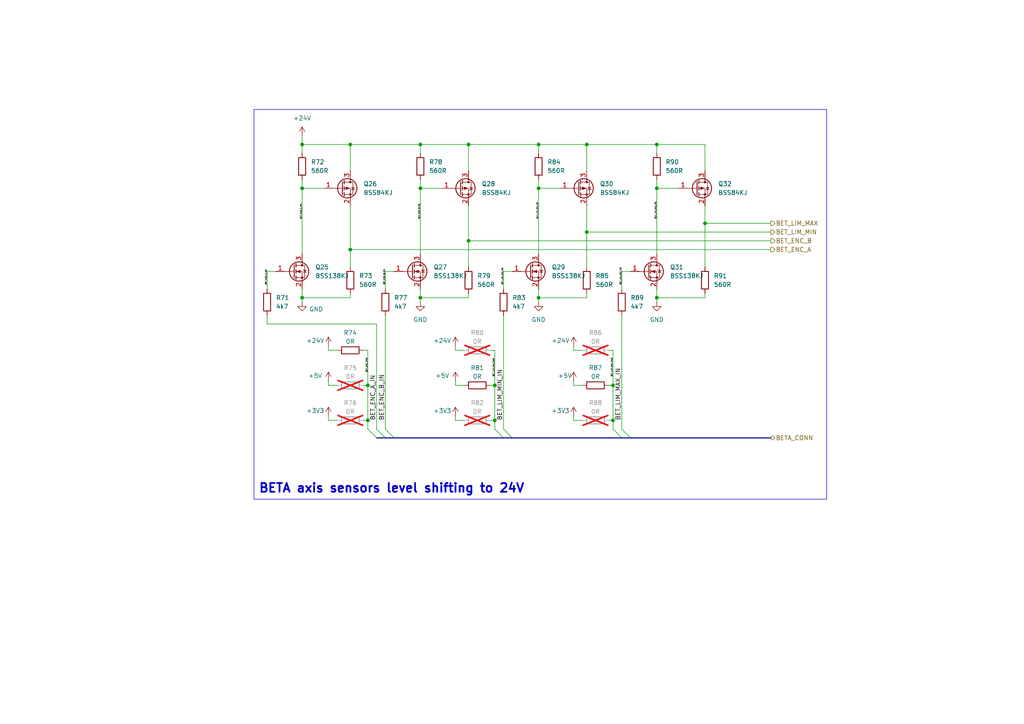
<source format=kicad_sch>
(kicad_sch (version 20231120) (generator "eeschema") (generator_version "8.0")
  (paper "A4")
  (title_block (title "Karcsi (INDACT Robot Arm) - Aux. Control Board 3") (date "2024-05-04") (rev "1.0") (company "LEGO Kör (legokor.hu)") (comment 1 "Designed by Panka Horváth, Gergely Halász, Máté Kovács") (comment 2 "Reviewed by Máté Kovács, "))
  (lib_symbols
    (symbol "Device:R" (pin_numbers hide) (pin_names (offset 0))
      (property "Reference" "R" (at 2.032 0 90))
      (property "Value" "R" (at 0 0 90))
      (symbol "R_0_1"
        (rectangle (start -1.016 -2.54) (end 1.016 2.54) (stroke (width 0.254)))
      )
      (symbol "R_1_1"
        (pin passive line (at 0 3.81 270) (length 1.27) (name "~") (number "1"))
        (pin passive line (at 0 -3.81 90) (length 1.27) (name "~") (number "2"))
      )
    )
    (symbol "Transistor_FET:BSS138" (pin_names hide)
      (property "Reference" "Q" (at 5.08 1.905 0))
      (property "Value" "BSS138" (at 5.08 0 0))
      (symbol "BSS138_0_1"
        (polyline (pts (xy 0.254 0) (xy -2.54 0)))
        (polyline (pts (xy 0.254 1.905) (xy 0.254 -1.905)) (stroke (width 0.254)))
        (polyline (pts (xy 0.762 -1.27) (xy 0.762 -2.286)) (stroke (width 0.254)))
        (polyline (pts (xy 0.762 0.508) (xy 0.762 -0.508)) (stroke (width 0.254)))
        (polyline (pts (xy 0.762 2.286) (xy 0.762 1.27)) (stroke (width 0.254)))
        (polyline (pts (xy 2.54 2.54) (xy 2.54 1.778)))
        (polyline (pts (xy 2.54 -2.54) (xy 2.54 0) (xy 0.762 0)))
        (polyline (pts (xy 0.762 -1.778) (xy 3.302 -1.778) (xy 3.302 1.778) (xy 0.762 1.778)))
        (polyline (pts (xy 1.016 0) (xy 2.032 0.381) (xy 2.032 -0.381) (xy 1.016 0)) (fill (type outline)))
        (polyline (pts (xy 2.794 0.508) (xy 2.921 0.381) (xy 3.683 0.381) (xy 3.81 0.254)))
        (polyline (pts (xy 3.302 0.381) (xy 2.921 -0.254) (xy 3.683 -0.254) (xy 3.302 0.381)))
        (circle (center 1.651 0) (radius 2.794) (stroke (width 0.254)))
        (circle (center 2.54 -1.778) (radius 0.254) (fill (type outline)))
        (circle (center 2.54 1.778) (radius 0.254) (fill (type outline)))
      )
      (symbol "BSS138_1_1"
        (pin input line (at -5.08 0 0) (length 2.54) (name "G") (number "1"))
        (pin passive line (at 2.54 -5.08 90) (length 2.54) (name "S") (number "2"))
        (pin passive line (at 2.54 5.08 270) (length 2.54) (name "D") (number "3"))
      )
    )
    (symbol "Transistor_FET:BSS84" (pin_names hide)
      (property "Reference" "Q" (at 5.08 1.905 0))
      (property "Value" "BSS84" (at 5.08 0 0))
      (symbol "BSS84_0_1"
        (polyline (pts (xy 0.254 0) (xy -2.54 0)))
        (polyline (pts (xy 0.254 1.905) (xy 0.254 -1.905)) (stroke (width 0.254)))
        (polyline (pts (xy 0.762 -1.27) (xy 0.762 -2.286)) (stroke (width 0.254)))
        (polyline (pts (xy 0.762 0.508) (xy 0.762 -0.508)) (stroke (width 0.254)))
        (polyline (pts (xy 0.762 2.286) (xy 0.762 1.27)) (stroke (width 0.254)))
        (polyline (pts (xy 2.54 2.54) (xy 2.54 1.778)))
        (polyline (pts (xy 2.54 -2.54) (xy 2.54 0) (xy 0.762 0)))
        (polyline (pts (xy 0.762 1.778) (xy 3.302 1.778) (xy 3.302 -1.778) (xy 0.762 -1.778)))
        (polyline (pts (xy 2.286 0) (xy 1.27 0.381) (xy 1.27 -0.381) (xy 2.286 0)) (fill (type outline)))
        (polyline (pts (xy 2.794 -0.508) (xy 2.921 -0.381) (xy 3.683 -0.381) (xy 3.81 -0.254)))
        (polyline (pts (xy 3.302 -0.381) (xy 2.921 0.254) (xy 3.683 0.254) (xy 3.302 -0.381)))
        (circle (center 1.651 0) (radius 2.794) (stroke (width 0.254)))
        (circle (center 2.54 -1.778) (radius 0.254) (fill (type outline)))
        (circle (center 2.54 1.778) (radius 0.254) (fill (type outline)))
      )
      (symbol "BSS84_1_1"
        (pin input line (at -5.08 0 0) (length 2.54) (name "G") (number "1"))
        (pin passive line (at 2.54 -5.08 90) (length 2.54) (name "S") (number "2"))
        (pin passive line (at 2.54 5.08 270) (length 2.54) (name "D") (number "3"))
      )
    )
    (symbol "power:+24V" (power) (pin_numbers hide) (pin_names (offset 0) hide)
      (property "Value" "+24V" (at 0 3.556 0))
      (symbol "+24V_0_1"
        (polyline (pts (xy -0.762 1.27) (xy 0 2.54)))
        (polyline (pts (xy 0 0) (xy 0 2.54)))
        (polyline (pts (xy 0 2.54) (xy 0.762 1.27)))
      )
      (symbol "+24V_1_1"
        (pin power_in line (at 0 0 90) (length 0) (name "~") (number "1"))
      )
    )
    (symbol "power:+3V3" (power) (pin_numbers hide) (pin_names (offset 0) hide)
      (property "Value" "+3V3" (at 0 3.556 0))
      (symbol "+3V3_0_1"
        (polyline (pts (xy -0.762 1.27) (xy 0 2.54)))
        (polyline (pts (xy 0 0) (xy 0 2.54)))
        (polyline (pts (xy 0 2.54) (xy 0.762 1.27)))
      )
      (symbol "+3V3_1_1"
        (pin power_in line (at 0 0 90) (length 0) (name "~") (number "1"))
      )
    )
    (symbol "power:+5V" (power) (pin_numbers hide) (pin_names (offset 0) hide)
      (property "Value" "+5V" (at 0 3.556 0))
      (symbol "+5V_0_1"
        (polyline (pts (xy -0.762 1.27) (xy 0 2.54)))
        (polyline (pts (xy 0 0) (xy 0 2.54)))
        (polyline (pts (xy 0 2.54) (xy 0.762 1.27)))
      )
      (symbol "+5V_1_1"
        (pin power_in line (at 0 0 90) (length 0) (name "~") (number "1"))
      )
    )
    (symbol "power:GND" (power) (pin_numbers hide) (pin_names (offset 0) hide)
      (property "Value" "GND" (at 0 -3.81 0))
      (symbol "GND_0_1"
        (polyline (pts (xy 0 0) (xy 0 -1.27) (xy 1.27 -1.27) (xy 0 -2.54) (xy -1.27 -1.27) (xy 0 -1.27)))
      )
      (symbol "GND_1_1"
        (pin power_in line (at 0 0 270) (length 0) (name "~") (number "1"))
      )
    )
  )
  (junction (at 87.63 54.61))
  (junction (at 121.92 86.36))
  (junction (at 143.51 111.76))
  (junction (at 87.63 41.91))
  (junction (at 101.6 72.39))
  (junction (at 156.21 54.61))
  (junction (at 101.6 41.91))
  (junction (at 135.89 69.85))
  (junction (at 204.47 64.77))
  (junction (at 121.92 54.61))
  (junction (at 135.89 41.91))
  (junction (at 106.68 111.76))
  (junction (at 156.21 86.36))
  (junction (at 190.5 54.61))
  (junction (at 170.18 67.31))
  (junction (at 190.5 41.91))
  (junction (at 106.68 121.92))
  (junction (at 177.8 111.76))
  (junction (at 156.21 41.91))
  (junction (at 170.18 41.91))
  (junction (at 143.51 121.92))
  (junction (at 87.63 86.36))
  (junction (at 121.92 41.91))
  (junction (at 177.8 121.92))
  (junction (at 190.5 86.36))
  (bus_entry (at 109.22 124.46) (size 2.54 2.54))
  (bus_entry (at 143.51 124.46) (size 2.54 2.54))
  (bus_entry (at 177.8 124.46) (size 2.54 2.54))
  (bus_entry (at 180.34 124.46) (size 2.54 2.54))
  (bus_entry (at 106.68 124.46) (size 2.54 2.54))
  (bus_entry (at 146.05 124.46) (size 2.54 2.54))
  (bus_entry (at 111.76 124.46) (size 2.54 2.54))
  (wire (pts (xy 146.05 91.44) (xy 146.05 124.46)))
  (wire (pts (xy 146.05 78.74) (xy 148.59 78.74)))
  (wire (pts (xy 95.25 101.6) (xy 95.25 100.33)))
  (wire (pts (xy 135.89 85.09) (xy 135.89 86.36)))
  (wire (pts (xy 204.47 86.36) (xy 190.5 86.36)))
  (wire (pts (xy 121.92 52.07) (xy 121.92 54.61)))
  (bus (pts (xy 114.3 127) (xy 146.05 127)))
  (wire (pts (xy 143.51 111.76) (xy 143.51 101.6)))
  (wire (pts (xy 204.47 64.77) (xy 223.52 64.77)))
  (wire (pts (xy 170.18 67.31) (xy 223.52 67.31)))
  (wire (pts (xy 121.92 41.91) (xy 135.89 41.91)))
  (wire (pts (xy 143.51 111.76) (xy 142.24 111.76)))
  (wire (pts (xy 170.18 41.91) (xy 170.18 49.53)))
  (wire (pts (xy 109.22 124.46) (xy 109.22 93.98)))
  (wire (pts (xy 101.6 41.91) (xy 121.92 41.91)))
  (wire (pts (xy 190.5 52.07) (xy 190.5 54.61)))
  (wire (pts (xy 190.5 54.61) (xy 196.85 54.61)))
  (wire (pts (xy 143.51 121.92) (xy 143.51 111.76)))
  (wire (pts (xy 180.34 83.82) (xy 180.34 78.74)))
  (wire (pts (xy 168.91 111.76) (xy 166.37 111.76)))
  (wire (pts (xy 111.76 78.74) (xy 114.3 78.74)))
  (wire (pts (xy 170.18 85.09) (xy 170.18 86.36)))
  (bus (pts (xy 146.05 127) (xy 148.59 127)))
  (wire (pts (xy 177.8 121.92) (xy 176.53 121.92)))
  (wire (pts (xy 177.8 121.92) (xy 177.8 111.76)))
  (wire (pts (xy 109.22 93.98) (xy 77.47 93.98)))
  (wire (pts (xy 101.6 85.09) (xy 101.6 86.36)))
  (bus (pts (xy 180.34 127) (xy 182.88 127)))
  (wire (pts (xy 87.63 41.91) (xy 87.63 44.45)))
  (wire (pts (xy 101.6 72.39) (xy 101.6 77.47)))
  (wire (pts (xy 156.21 86.36) (xy 156.21 87.63)))
  (wire (pts (xy 121.92 83.82) (xy 121.92 86.36)))
  (wire (pts (xy 101.6 86.36) (xy 87.63 86.36)))
  (wire (pts (xy 177.8 111.76) (xy 177.8 101.6)))
  (wire (pts (xy 106.68 111.76) (xy 106.68 101.6)))
  (wire (pts (xy 134.62 111.76) (xy 132.08 111.76)))
  (wire (pts (xy 134.62 101.6) (xy 132.08 101.6)))
  (wire (pts (xy 156.21 52.07) (xy 156.21 54.61)))
  (wire (pts (xy 87.63 54.61) (xy 93.98 54.61)))
  (wire (pts (xy 135.89 86.36) (xy 121.92 86.36)))
  (bus (pts (xy 182.88 127) (xy 223.52 127)))
  (wire (pts (xy 166.37 121.92) (xy 166.37 120.65)))
  (wire (pts (xy 121.92 86.36) (xy 121.92 87.63)))
  (wire (pts (xy 87.63 41.91) (xy 101.6 41.91)))
  (wire (pts (xy 87.63 86.36) (xy 87.63 87.63)))
  (wire (pts (xy 143.51 121.92) (xy 142.24 121.92)))
  (wire (pts (xy 106.68 101.6) (xy 105.41 101.6)))
  (wire (pts (xy 168.91 101.6) (xy 166.37 101.6)))
  (wire (pts (xy 87.63 39.37) (xy 87.63 41.91)))
  (wire (pts (xy 97.79 111.76) (xy 95.25 111.76)))
  (wire (pts (xy 87.63 54.61) (xy 87.63 73.66)))
  (wire (pts (xy 97.79 121.92) (xy 95.25 121.92)))
  (wire (pts (xy 95.25 121.92) (xy 95.25 120.65)))
  (bus (pts (xy 111.76 127) (xy 114.3 127)))
  (wire (pts (xy 77.47 78.74) (xy 80.01 78.74)))
  (wire (pts (xy 166.37 101.6) (xy 166.37 100.33)))
  (wire (pts (xy 121.92 54.61) (xy 128.27 54.61)))
  (wire (pts (xy 180.34 78.74) (xy 182.88 78.74)))
  (wire (pts (xy 132.08 111.76) (xy 132.08 110.49)))
  (wire (pts (xy 111.76 83.82) (xy 111.76 78.74)))
  (wire (pts (xy 170.18 67.31) (xy 170.18 77.47)))
  (wire (pts (xy 190.5 41.91) (xy 190.5 44.45)))
  (wire (pts (xy 190.5 54.61) (xy 190.5 73.66)))
  (wire (pts (xy 177.8 124.46) (xy 177.8 121.92)))
  (wire (pts (xy 143.51 124.46) (xy 143.51 121.92)))
  (wire (pts (xy 121.92 41.91) (xy 121.92 44.45)))
  (wire (pts (xy 87.63 83.82) (xy 87.63 86.36)))
  (wire (pts (xy 121.92 54.61) (xy 121.92 73.66)))
  (wire (pts (xy 101.6 59.69) (xy 101.6 72.39)))
  (wire (pts (xy 177.8 101.6) (xy 176.53 101.6)))
  (wire (pts (xy 143.51 101.6) (xy 142.24 101.6)))
  (wire (pts (xy 132.08 121.92) (xy 132.08 120.65)))
  (wire (pts (xy 177.8 111.76) (xy 176.53 111.76)))
  (wire (pts (xy 106.68 111.76) (xy 105.41 111.76)))
  (wire (pts (xy 101.6 41.91) (xy 101.6 49.53)))
  (wire (pts (xy 190.5 86.36) (xy 190.5 87.63)))
  (wire (pts (xy 180.34 91.44) (xy 180.34 124.46)))
  (wire (pts (xy 156.21 54.61) (xy 156.21 73.66)))
  (wire (pts (xy 190.5 41.91) (xy 204.47 41.91)))
  (bus (pts (xy 148.59 127) (xy 180.34 127)))
  (wire (pts (xy 77.47 91.44) (xy 77.47 93.98)))
  (wire (pts (xy 156.21 83.82) (xy 156.21 86.36)))
  (wire (pts (xy 156.21 41.91) (xy 156.21 44.45)))
  (wire (pts (xy 134.62 121.92) (xy 132.08 121.92)))
  (wire (pts (xy 204.47 64.77) (xy 204.47 77.47)))
  (wire (pts (xy 204.47 41.91) (xy 204.47 49.53)))
  (wire (pts (xy 135.89 41.91) (xy 156.21 41.91)))
  (wire (pts (xy 106.68 121.92) (xy 105.41 121.92)))
  (wire (pts (xy 170.18 41.91) (xy 190.5 41.91)))
  (wire (pts (xy 168.91 121.92) (xy 166.37 121.92)))
  (wire (pts (xy 97.79 101.6) (xy 95.25 101.6)))
  (wire (pts (xy 156.21 41.91) (xy 170.18 41.91)))
  (wire (pts (xy 190.5 83.82) (xy 190.5 86.36)))
  (wire (pts (xy 166.37 111.76) (xy 166.37 110.49)))
  (wire (pts (xy 135.89 59.69) (xy 135.89 69.85)))
  (wire (pts (xy 132.08 101.6) (xy 132.08 100.33)))
  (bus (pts (xy 109.22 127) (xy 111.76 127)))
  (wire (pts (xy 111.76 91.44) (xy 111.76 124.46)))
  (wire (pts (xy 170.18 59.69) (xy 170.18 67.31)))
  (wire (pts (xy 135.89 69.85) (xy 135.89 77.47)))
  (wire (pts (xy 156.21 54.61) (xy 162.56 54.61)))
  (wire (pts (xy 77.47 83.82) (xy 77.47 78.74)))
  (wire (pts (xy 204.47 59.69) (xy 204.47 64.77)))
  (wire (pts (xy 135.89 69.85) (xy 223.52 69.85)))
  (wire (pts (xy 101.6 72.39) (xy 223.52 72.39)))
  (wire (pts (xy 135.89 41.91) (xy 135.89 49.53)))
  (wire (pts (xy 106.68 121.92) (xy 106.68 111.76)))
  (wire (pts (xy 146.05 83.82) (xy 146.05 78.74)))
  (wire (pts (xy 87.63 52.07) (xy 87.63 54.61)))
  (wire (pts (xy 95.25 111.76) (xy 95.25 110.49)))
  (wire (pts (xy 106.68 124.46) (xy 106.68 121.92)))
  (wire (pts (xy 170.18 86.36) (xy 156.21 86.36)))
  (wire (pts (xy 204.47 85.09) (xy 204.47 86.36)))
  (rectangle (start 73.66 31.75) (end 239.776 144.78))
  (text "BETA axis sensors level shifting to 24V" (at 74.93 141.732 0) (effects (font (size 2.54 2.54) (bold yes)) (justify left)))
  (label "BET_LIM_MAX_PWR" (at 177.8 109.22 90) (effects (font (size 0.4 0.4))))
  (label "BET_ENC_PWR" (at 106.68 107.95 90) (effects (font (size 0.4 0.4))))
  (label "BET_LIM_MAX_NG" (at 180.34 82.55 90) (effects (font (size 0.4 0.4))))
  (label "BET_LIM_MIN_NG" (at 146.05 82.55 90) (effects (font (size 0.4 0.4))))
  (label "BET_ENC_A_NG" (at 77.47 82.55 90) (effects (font (size 0.4 0.4))))
  (label "BET_LIM_MIN_PG" (at 156.21 63.5 90) (effects (font (size 0.4 0.4))))
  (label "BET_ENC_B_IN" (at 111.76 121.92 90))
  (label "BET_ENC_B_PG" (at 121.92 63.5 90) (effects (font (size 0.4 0.4))))
  (label "BET_LIM_MIN_IN" (at 146.05 121.92 90))
  (label "BET_LIM_MAX_IN" (at 180.34 121.92 90))
  (label "BET_LIM_MAX_PG" (at 190.5 63.5 90) (effects (font (size 0.4 0.4))))
  (label "BET_ENC_B_NG" (at 111.76 82.55 90) (effects (font (size 0.4 0.4))))
  (label "BET_ENC_A_PG" (at 87.63 63.5 90) (effects (font (size 0.4 0.4))))
  (label "BET_ENC_A_IN" (at 109.22 121.92 90))
  (label "BET_LIM_MIN_PWR" (at 143.51 109.22 90) (effects (font (size 0.4 0.4))))
  (hierarchical_label "BET_LIM_MAX" (shape output) (at 223.52 64.77 0))
  (hierarchical_label "BET_ENC_A" (shape output) (at 223.52 72.39 0))
  (hierarchical_label "BETA_CONN" (shape bidirectional) (at 223.52 127 0))
  (hierarchical_label "BET_LIM_MIN" (shape output) (at 223.52 67.31 0))
  (hierarchical_label "BET_ENC_B" (shape output) (at 223.52 69.85 0))
  (symbol (lib_id "power:+3V3") (at 95.25 120.65 0) (unit 1)
    (property "Reference" "#PWR068" (effects (hide yes)))
    (property "Value" "+3V3" (at 91.44 119.126 0))
    (property "Description" "Power symbol creates a global label with name \"+3V3\"" (effects (hide yes)))
  )
  (symbol (lib_id "Device:R") (at 101.6 111.76 90) (unit 1) (dnp yes)
    (property "Reference" "R75" (at 101.6 106.68 90))
    (property "Value" "0R" (at 101.6 109.22 90))
    (property "Footprint" "Resistor_SMD:R_0805_2012Metric_Pad1.20x1.40mm_HandSolder" (effects (hide yes)))
    (property "Description" "Resistor" (effects (hide yes)))
    (property "Supplier" "LCSC" (effects (hide yes)))
    (property "Supplier URL" "https://www.lcsc.com/product-detail/Chip-Resistor-Surface-Mount_Viking-Tech-CR-05FL7-0R_C304192.html" (effects (hide yes)))
    (property "Supplier item no" "C304192" (effects (hide yes)))
    (property "Sourced" "0" (effects (hide yes)))
  )
  (symbol (lib_id "power:GND") (at 87.63 87.63 0) (unit 1)
    (property "Reference" "#PWR065" (effects (hide yes)))
    (property "Value" "GND" (at 91.694 89.662 0))
    (property "Description" "Power symbol creates a global label with name \"GND\" , ground" (effects (hide yes)))
  )
  (symbol (lib_id "Device:R") (at 204.47 81.28 0) (unit 1)
    (property "Reference" "R91" (at 207.01 80.0099 0) (effects (justify left)))
    (property "Value" "560R" (at 207.01 82.5499 0) (effects (justify left)))
    (property "Footprint" "Resistor_SMD:R_0805_2012Metric_Pad1.20x1.40mm_HandSolder" (effects (hide yes)))
    (property "Description" "Resistor" (effects (hide yes)))
    (property "Supplier" "Lomex" (effects (hide yes)))
    (property "Supplier item no" "81-10-84" (effects (hide yes)))
    (property "Sourced" "1" (effects (hide yes)))
  )
  (symbol (lib_id "Device:R") (at 111.76 87.63 0) (unit 1)
    (property "Reference" "R77" (at 114.3 86.3599 0) (effects (justify left)))
    (property "Value" "4k7" (at 114.3 88.8999 0) (effects (justify left)))
    (property "Footprint" "Resistor_SMD:R_0805_2012Metric_Pad1.20x1.40mm_HandSolder" (effects (hide yes)))
    (property "Description" "Resistor" (effects (hide yes)))
    (property "Supplier" "Lomex" (effects (hide yes)))
    (property "Supplier item no" "81-10-95" (effects (hide yes)))
    (property "Sourced" "1" (effects (hide yes)))
  )
  (symbol (lib_id "Device:R") (at 135.89 81.28 0) (unit 1)
    (property "Reference" "R79" (at 138.43 80.0099 0) (effects (justify left)))
    (property "Value" "560R" (at 138.43 82.5499 0) (effects (justify left)))
    (property "Footprint" "Resistor_SMD:R_0805_2012Metric_Pad1.20x1.40mm_HandSolder" (effects (hide yes)))
    (property "Description" "Resistor" (effects (hide yes)))
    (property "Supplier" "Lomex" (effects (hide yes)))
    (property "Supplier item no" "81-10-84" (effects (hide yes)))
    (property "Sourced" "1" (effects (hide yes)))
  )
  (symbol (lib_id "Device:R") (at 138.43 121.92 90) (unit 1) (dnp yes)
    (property "Reference" "R82" (at 138.43 116.84 90))
    (property "Value" "0R" (at 138.43 119.38 90))
    (property "Footprint" "Resistor_SMD:R_0805_2012Metric_Pad1.20x1.40mm_HandSolder" (effects (hide yes)))
    (property "Description" "Resistor" (effects (hide yes)))
    (property "Supplier" "LCSC" (effects (hide yes)))
    (property "Supplier URL" "https://www.lcsc.com/product-detail/Chip-Resistor-Surface-Mount_Viking-Tech-CR-05FL7-0R_C304192.html" (effects (hide yes)))
    (property "Supplier item no" "C304192" (effects (hide yes)))
    (property "Sourced" "0" (effects (hide yes)))
  )
  (symbol (lib_id "power:+3V3") (at 166.37 120.65 0) (unit 1)
    (property "Reference" "#PWR078" (effects (hide yes)))
    (property "Value" "+3V3" (at 162.56 119.126 0))
    (property "Description" "Power symbol creates a global label with name \"+3V3\"" (effects (hide yes)))
  )
  (symbol (lib_id "power:+3V3") (at 132.08 120.65 0) (unit 1)
    (property "Reference" "#PWR073" (effects (hide yes)))
    (property "Value" "+3V3" (at 128.27 119.126 0))
    (property "Description" "Power symbol creates a global label with name \"+3V3\"" (effects (hide yes)))
  )
  (symbol (lib_id "power:+24V") (at 95.25 100.33 0) (unit 1)
    (property "Reference" "#PWR066" (effects (hide yes)))
    (property "Value" "+24V" (at 91.44 98.806 0))
    (property "Description" "Power symbol creates a global label with name \"+24V\"" (effects (hide yes)))
  )
  (symbol (lib_id "Device:R") (at 77.47 87.63 0) (unit 1)
    (property "Reference" "R71" (at 80.01 86.3599 0) (effects (justify left)))
    (property "Value" "4k7" (at 80.01 88.8999 0) (effects (justify left)))
    (property "Footprint" "Resistor_SMD:R_0805_2012Metric_Pad1.20x1.40mm_HandSolder" (effects (hide yes)))
    (property "Description" "Resistor" (effects (hide yes)))
    (property "Supplier" "Lomex" (effects (hide yes)))
    (property "Supplier item no" "81-10-95" (effects (hide yes)))
    (property "Sourced" "1" (effects (hide yes)))
  )
  (symbol (lib_id "Transistor_FET:BSS84") (at 133.35 54.61 0) (unit 1)
    (property "Reference" "Q28" (at 139.7 53.3399 0) (effects (justify left)))
    (property "Value" "BSS84KJ" (at 139.7 55.8799 0) (effects (justify left)))
    (property "Footprint" "Package_TO_SOT_SMD:SOT-23" (effects (hide yes)))
    (property "Datasheet" "https://lomex.hu/pdf/yet/(yet)_bss84kj.pdf" (effects (hide yes)))
    (property "Description" "-0.13A Id, -50V Vds, P-Channel MOSFET, SOT-23" (effects (hide yes)))
    (property "Sourced" "0" (effects (hide yes)))
    (property "Supplier" "Lomex" (effects (hide yes)))
    (property "Supplier URL" "https://lomex.hu/hu/webshop/#page,0/search,86-07-17/stype,1" (effects (hide yes)))
    (property "Supplier item no" "86-07-17" (effects (hide yes)))
  )
  (symbol (lib_id "power:+24V") (at 132.08 100.33 0) (unit 1)
    (property "Reference" "#PWR071" (effects (hide yes)))
    (property "Value" "+24V" (at 128.27 98.806 0))
    (property "Description" "Power symbol creates a global label with name \"+24V\"" (effects (hide yes)))
  )
  (symbol (lib_id "power:GND") (at 190.5 87.63 0) (unit 1)
    (property "Reference" "#PWR080" (effects (hide yes)))
    (property "Value" "GND" (at 190.5 92.71 0))
    (property "Description" "Power symbol creates a global label with name \"GND\" , ground" (effects (hide yes)))
  )
  (symbol (lib_id "Device:R") (at 172.72 111.76 90) (unit 1)
    (property "Reference" "R87" (at 172.72 106.68 90))
    (property "Value" "0R" (at 172.72 109.22 90))
    (property "Footprint" "Resistor_SMD:R_0805_2012Metric_Pad1.20x1.40mm_HandSolder" (effects (hide yes)))
    (property "Description" "Resistor" (effects (hide yes)))
    (property "Supplier" "LCSC" (effects (hide yes)))
    (property "Supplier URL" "https://www.lcsc.com/product-detail/Chip-Resistor-Surface-Mount_Viking-Tech-CR-05FL7-0R_C304192.html" (effects (hide yes)))
    (property "Supplier item no" "C304192" (effects (hide yes)))
    (property "Sourced" "0" (effects (hide yes)))
  )
  (symbol (lib_id "power:+24V") (at 87.63 39.37 0) (unit 1)
    (property "Reference" "#PWR064" (effects (hide yes)))
    (property "Value" "+24V" (at 87.63 34.29 0))
    (property "Description" "Power symbol creates a global label with name \"+24V\"" (effects (hide yes)))
  )
  (symbol (lib_id "Transistor_FET:BSS138") (at 85.09 78.74 0) (unit 1)
    (property "Reference" "Q25" (at 91.44 77.4699 0) (effects (justify left)))
    (property "Value" "BSS138KJ" (at 91.44 80.0099 0) (effects (justify left)))
    (property "Footprint" "Package_TO_SOT_SMD:SOT-23" (effects (hide yes)))
    (property "Datasheet" "https://lomex.hu/pdf/yet/(yet)_bss138kj.pdf" (effects (hide yes)))
    (property "Description" "50V Vds, 0.22A Id, N-Channel MOSFET, SOT-23" (effects (hide yes)))
    (property "Supplier" "Lomex" (effects (hide yes)))
    (property "Supplier URL" "https://lomex.hu/hu/webshop/#page,0/search,86-07-11/stype,1" (effects (hide yes)))
    (property "Supplier item no" "86-07-11" (effects (hide yes)))
    (property "Sourced" "1" (effects (hide yes)))
  )
  (symbol (lib_id "Transistor_FET:BSS84") (at 99.06 54.61 0) (unit 1)
    (property "Reference" "Q26" (at 105.41 53.3399 0) (effects (justify left)))
    (property "Value" "BSS84KJ" (at 105.41 55.8799 0) (effects (justify left)))
    (property "Footprint" "Package_TO_SOT_SMD:SOT-23" (effects (hide yes)))
    (property "Datasheet" "https://lomex.hu/pdf/yet/(yet)_bss84kj.pdf" (effects (hide yes)))
    (property "Description" "-0.13A Id, -50V Vds, P-Channel MOSFET, SOT-23" (effects (hide yes)))
    (property "Sourced" "0" (effects (hide yes)))
    (property "Supplier" "Lomex" (effects (hide yes)))
    (property "Supplier URL" "https://lomex.hu/hu/webshop/#page,0/search,86-07-17/stype,1" (effects (hide yes)))
    (property "Supplier item no" "86-07-17" (effects (hide yes)))
  )
  (symbol (lib_id "power:+5V") (at 132.08 110.49 0) (unit 1)
    (property "Reference" "#PWR072" (effects (hide yes)))
    (property "Value" "+5V" (at 128.27 108.966 0))
    (property "Description" "Power symbol creates a global label with name \"+5V\"" (effects (hide yes)))
  )
  (symbol (lib_id "Transistor_FET:BSS138") (at 187.96 78.74 0) (unit 1)
    (property "Reference" "Q31" (at 194.31 77.4699 0) (effects (justify left)))
    (property "Value" "BSS138KJ" (at 194.31 80.0099 0) (effects (justify left)))
    (property "Footprint" "Package_TO_SOT_SMD:SOT-23" (effects (hide yes)))
    (property "Datasheet" "https://lomex.hu/pdf/yet/(yet)_bss138kj.pdf" (effects (hide yes)))
    (property "Description" "50V Vds, 0.22A Id, N-Channel MOSFET, SOT-23" (effects (hide yes)))
    (property "Supplier" "Lomex" (effects (hide yes)))
    (property "Supplier URL" "https://lomex.hu/hu/webshop/#page,0/search,86-07-11/stype,1" (effects (hide yes)))
    (property "Supplier item no" "86-07-11" (effects (hide yes)))
    (property "Sourced" "1" (effects (hide yes)))
  )
  (symbol (lib_id "Device:R") (at 138.43 111.76 90) (unit 1)
    (property "Reference" "R81" (at 138.43 106.68 90))
    (property "Value" "0R" (at 138.43 109.22 90))
    (property "Footprint" "Resistor_SMD:R_0805_2012Metric_Pad1.20x1.40mm_HandSolder" (effects (hide yes)))
    (property "Description" "Resistor" (effects (hide yes)))
    (property "Supplier" "LCSC" (effects (hide yes)))
    (property "Supplier URL" "https://www.lcsc.com/product-detail/Chip-Resistor-Surface-Mount_Viking-Tech-CR-05FL7-0R_C304192.html" (effects (hide yes)))
    (property "Supplier item no" "C304192" (effects (hide yes)))
    (property "Sourced" "0" (effects (hide yes)))
  )
  (symbol (lib_id "Device:R") (at 190.5 48.26 0) (unit 1)
    (property "Reference" "R90" (at 193.04 46.9899 0) (effects (justify left)))
    (property "Value" "560R" (at 193.04 49.5299 0) (effects (justify left)))
    (property "Footprint" "Resistor_SMD:R_0805_2012Metric_Pad1.20x1.40mm_HandSolder" (effects (hide yes)))
    (property "Description" "Resistor" (effects (hide yes)))
    (property "Supplier" "Lomex" (effects (hide yes)))
    (property "Supplier item no" "81-10-84" (effects (hide yes)))
    (property "Sourced" "1" (effects (hide yes)))
  )
  (symbol (lib_id "Device:R") (at 101.6 121.92 90) (unit 1) (dnp yes)
    (property "Reference" "R76" (at 101.6 116.84 90))
    (property "Value" "0R" (at 101.6 119.38 90))
    (property "Footprint" "Resistor_SMD:R_0805_2012Metric_Pad1.20x1.40mm_HandSolder" (effects (hide yes)))
    (property "Description" "Resistor" (effects (hide yes)))
    (property "Supplier" "LCSC" (effects (hide yes)))
    (property "Supplier URL" "https://www.lcsc.com/product-detail/Chip-Resistor-Surface-Mount_Viking-Tech-CR-05FL7-0R_C304192.html" (effects (hide yes)))
    (property "Supplier item no" "C304192" (effects (hide yes)))
    (property "Sourced" "0" (effects (hide yes)))
  )
  (symbol (lib_id "Device:R") (at 172.72 101.6 90) (unit 1) (dnp yes)
    (property "Reference" "R86" (at 172.72 96.52 90))
    (property "Value" "0R" (at 172.72 99.06 90))
    (property "Footprint" "Resistor_SMD:R_0805_2012Metric_Pad1.20x1.40mm_HandSolder" (effects (hide yes)))
    (property "Description" "Resistor" (effects (hide yes)))
    (property "Supplier" "LCSC" (effects (hide yes)))
    (property "Supplier URL" "https://www.lcsc.com/product-detail/Chip-Resistor-Surface-Mount_Viking-Tech-CR-05FL7-0R_C304192.html" (effects (hide yes)))
    (property "Supplier item no" "C304192" (effects (hide yes)))
    (property "Sourced" "0" (effects (hide yes)))
  )
  (symbol (lib_id "Device:R") (at 170.18 81.28 0) (unit 1)
    (property "Reference" "R85" (at 172.72 80.0099 0) (effects (justify left)))
    (property "Value" "560R" (at 172.72 82.5499 0) (effects (justify left)))
    (property "Footprint" "Resistor_SMD:R_0805_2012Metric_Pad1.20x1.40mm_HandSolder" (effects (hide yes)))
    (property "Description" "Resistor" (effects (hide yes)))
    (property "Supplier" "Lomex" (effects (hide yes)))
    (property "Supplier item no" "81-10-84" (effects (hide yes)))
    (property "Sourced" "1" (effects (hide yes)))
  )
  (symbol (lib_id "Device:R") (at 101.6 101.6 90) (unit 1)
    (property "Reference" "R74" (at 101.6 96.52 90))
    (property "Value" "0R" (at 101.6 99.06 90))
    (property "Footprint" "Resistor_SMD:R_0805_2012Metric_Pad1.20x1.40mm_HandSolder" (effects (hide yes)))
    (property "Description" "Resistor" (effects (hide yes)))
    (property "Supplier" "LCSC" (effects (hide yes)))
    (property "Supplier URL" "https://www.lcsc.com/product-detail/Chip-Resistor-Surface-Mount_Viking-Tech-CR-05FL7-0R_C304192.html" (effects (hide yes)))
    (property "Supplier item no" "C304192" (effects (hide yes)))
    (property "Sourced" "0" (effects (hide yes)))
  )
  (symbol (lib_id "Device:R") (at 101.6 81.28 0) (unit 1)
    (property "Reference" "R73" (at 104.14 80.0099 0) (effects (justify left)))
    (property "Value" "560R" (at 104.14 82.5499 0) (effects (justify left)))
    (property "Footprint" "Resistor_SMD:R_0805_2012Metric_Pad1.20x1.40mm_HandSolder" (effects (hide yes)))
    (property "Description" "Resistor" (effects (hide yes)))
    (property "Supplier" "Lomex" (effects (hide yes)))
    (property "Supplier item no" "81-10-84" (effects (hide yes)))
    (property "Sourced" "1" (effects (hide yes)))
  )
  (symbol (lib_id "power:+5V") (at 166.37 110.49 0) (unit 1)
    (property "Reference" "#PWR077" (effects (hide yes)))
    (property "Value" "+5V" (at 163.83 108.966 0))
    (property "Description" "Power symbol creates a global label with name \"+5V\"" (effects (hide yes)))
  )
  (symbol (lib_id "Transistor_FET:BSS138") (at 119.38 78.74 0) (unit 1)
    (property "Reference" "Q27" (at 125.73 77.4699 0) (effects (justify left)))
    (property "Value" "BSS138KJ" (at 125.73 80.0099 0) (effects (justify left)))
    (property "Footprint" "Package_TO_SOT_SMD:SOT-23" (effects (hide yes)))
    (property "Datasheet" "https://lomex.hu/pdf/yet/(yet)_bss138kj.pdf" (effects (hide yes)))
    (property "Description" "50V Vds, 0.22A Id, N-Channel MOSFET, SOT-23" (effects (hide yes)))
    (property "Supplier" "Lomex" (effects (hide yes)))
    (property "Supplier URL" "https://lomex.hu/hu/webshop/#page,0/search,86-07-11/stype,1" (effects (hide yes)))
    (property "Supplier item no" "86-07-11" (effects (hide yes)))
    (property "Sourced" "1" (effects (hide yes)))
  )
  (symbol (lib_id "Device:R") (at 156.21 48.26 0) (unit 1)
    (property "Reference" "R84" (at 158.75 46.9899 0) (effects (justify left)))
    (property "Value" "560R" (at 158.75 49.5299 0) (effects (justify left)))
    (property "Footprint" "Resistor_SMD:R_0805_2012Metric_Pad1.20x1.40mm_HandSolder" (effects (hide yes)))
    (property "Description" "Resistor" (effects (hide yes)))
    (property "Supplier" "Lomex" (effects (hide yes)))
    (property "Supplier item no" "81-10-84" (effects (hide yes)))
    (property "Sourced" "1" (effects (hide yes)))
  )
  (symbol (lib_id "Transistor_FET:BSS138") (at 153.67 78.74 0) (unit 1)
    (property "Reference" "Q29" (at 160.02 77.4699 0) (effects (justify left)))
    (property "Value" "BSS138KJ" (at 160.02 80.0099 0) (effects (justify left)))
    (property "Footprint" "Package_TO_SOT_SMD:SOT-23" (effects (hide yes)))
    (property "Datasheet" "https://lomex.hu/pdf/yet/(yet)_bss138kj.pdf" (effects (hide yes)))
    (property "Description" "50V Vds, 0.22A Id, N-Channel MOSFET, SOT-23" (effects (hide yes)))
    (property "Supplier" "Lomex" (effects (hide yes)))
    (property "Supplier URL" "https://lomex.hu/hu/webshop/#page,0/search,86-07-11/stype,1" (effects (hide yes)))
    (property "Supplier item no" "86-07-11" (effects (hide yes)))
    (property "Sourced" "1" (effects (hide yes)))
  )
  (symbol (lib_id "Device:R") (at 146.05 87.63 0) (unit 1)
    (property "Reference" "R83" (at 148.59 86.3599 0) (effects (justify left)))
    (property "Value" "4k7" (at 148.59 88.8999 0) (effects (justify left)))
    (property "Footprint" "Resistor_SMD:R_0805_2012Metric_Pad1.20x1.40mm_HandSolder" (effects (hide yes)))
    (property "Description" "Resistor" (effects (hide yes)))
    (property "Supplier" "Lomex" (effects (hide yes)))
    (property "Supplier item no" "81-10-95" (effects (hide yes)))
    (property "Sourced" "1" (effects (hide yes)))
  )
  (symbol (lib_id "Transistor_FET:BSS84") (at 167.64 54.61 0) (unit 1)
    (property "Reference" "Q30" (at 173.99 53.3399 0) (effects (justify left)))
    (property "Value" "BSS84KJ" (at 173.99 55.8799 0) (effects (justify left)))
    (property "Footprint" "Package_TO_SOT_SMD:SOT-23" (effects (hide yes)))
    (property "Datasheet" "https://lomex.hu/pdf/yet/(yet)_bss84kj.pdf" (effects (hide yes)))
    (property "Description" "-0.13A Id, -50V Vds, P-Channel MOSFET, SOT-23" (effects (hide yes)))
    (property "Sourced" "0" (effects (hide yes)))
    (property "Supplier" "Lomex" (effects (hide yes)))
    (property "Supplier URL" "https://lomex.hu/hu/webshop/#page,0/search,86-07-17/stype,1" (effects (hide yes)))
    (property "Supplier item no" "86-07-17" (effects (hide yes)))
  )
  (symbol (lib_id "Device:R") (at 87.63 48.26 0) (unit 1)
    (property "Reference" "R72" (at 90.17 46.9899 0) (effects (justify left)))
    (property "Value" "560R" (at 90.17 49.5299 0) (effects (justify left)))
    (property "Footprint" "Resistor_SMD:R_0805_2012Metric_Pad1.20x1.40mm_HandSolder" (effects (hide yes)))
    (property "Description" "Resistor" (effects (hide yes)))
    (property "Supplier" "Lomex" (effects (hide yes)))
    (property "Supplier item no" "81-10-84" (effects (hide yes)))
    (property "Sourced" "1" (effects (hide yes)))
  )
  (symbol (lib_id "Device:R") (at 180.34 87.63 0) (unit 1)
    (property "Reference" "R89" (at 182.88 86.3599 0) (effects (justify left)))
    (property "Value" "4k7" (at 182.88 88.8999 0) (effects (justify left)))
    (property "Footprint" "Resistor_SMD:R_0805_2012Metric_Pad1.20x1.40mm_HandSolder" (effects (hide yes)))
    (property "Description" "Resistor" (effects (hide yes)))
    (property "Supplier" "Lomex" (effects (hide yes)))
    (property "Supplier item no" "81-10-95" (effects (hide yes)))
    (property "Sourced" "1" (effects (hide yes)))
  )
  (symbol (lib_id "Device:R") (at 138.43 101.6 90) (unit 1) (dnp yes)
    (property "Reference" "R80" (at 138.43 96.52 90))
    (property "Value" "0R" (at 138.43 99.06 90))
    (property "Footprint" "Resistor_SMD:R_0805_2012Metric_Pad1.20x1.40mm_HandSolder" (effects (hide yes)))
    (property "Description" "Resistor" (effects (hide yes)))
    (property "Supplier" "LCSC" (effects (hide yes)))
    (property "Supplier URL" "https://www.lcsc.com/product-detail/Chip-Resistor-Surface-Mount_Viking-Tech-CR-05FL7-0R_C304192.html" (effects (hide yes)))
    (property "Supplier item no" "C304192" (effects (hide yes)))
    (property "Sourced" "0" (effects (hide yes)))
  )
  (symbol (lib_id "Device:R") (at 172.72 121.92 90) (unit 1) (dnp yes)
    (property "Reference" "R88" (at 172.72 116.84 90))
    (property "Value" "0R" (at 172.72 119.38 90))
    (property "Footprint" "Resistor_SMD:R_0805_2012Metric_Pad1.20x1.40mm_HandSolder" (effects (hide yes)))
    (property "Description" "Resistor" (effects (hide yes)))
    (property "Supplier" "LCSC" (effects (hide yes)))
    (property "Supplier URL" "https://www.lcsc.com/product-detail/Chip-Resistor-Surface-Mount_Viking-Tech-CR-05FL7-0R_C304192.html" (effects (hide yes)))
    (property "Supplier item no" "C304192" (effects (hide yes)))
    (property "Sourced" "0" (effects (hide yes)))
  )
  (symbol (lib_id "power:GND") (at 121.92 87.63 0) (unit 1)
    (property "Reference" "#PWR070" (effects (hide yes)))
    (property "Value" "GND" (at 121.92 92.71 0))
    (property "Description" "Power symbol creates a global label with name \"GND\" , ground" (effects (hide yes)))
  )
  (symbol (lib_id "Device:R") (at 121.92 48.26 0) (unit 1)
    (property "Reference" "R78" (at 124.46 46.9899 0) (effects (justify left)))
    (property "Value" "560R" (at 124.46 49.5299 0) (effects (justify left)))
    (property "Footprint" "Resistor_SMD:R_0805_2012Metric_Pad1.20x1.40mm_HandSolder" (effects (hide yes)))
    (property "Description" "Resistor" (effects (hide yes)))
    (property "Supplier" "Lomex" (effects (hide yes)))
    (property "Supplier item no" "81-10-84" (effects (hide yes)))
    (property "Sourced" "1" (effects (hide yes)))
  )
  (symbol (lib_id "power:+5V") (at 95.25 110.49 0) (unit 1)
    (property "Reference" "#PWR067" (effects (hide yes)))
    (property "Value" "+5V" (at 91.44 108.966 0))
    (property "Description" "Power symbol creates a global label with name \"+5V\"" (effects (hide yes)))
  )
  (symbol (lib_id "power:GND") (at 156.21 87.63 0) (unit 1)
    (property "Reference" "#PWR075" (effects (hide yes)))
    (property "Value" "GND" (at 156.21 92.71 0))
    (property "Description" "Power symbol creates a global label with name \"GND\" , ground" (effects (hide yes)))
  )
  (symbol (lib_id "Transistor_FET:BSS84") (at 201.93 54.61 0) (unit 1)
    (property "Reference" "Q32" (at 208.28 53.3399 0) (effects (justify left)))
    (property "Value" "BSS84KJ" (at 208.28 55.8799 0) (effects (justify left)))
    (property "Footprint" "Package_TO_SOT_SMD:SOT-23" (effects (hide yes)))
    (property "Datasheet" "https://lomex.hu/pdf/yet/(yet)_bss84kj.pdf" (effects (hide yes)))
    (property "Description" "-0.13A Id, -50V Vds, P-Channel MOSFET, SOT-23" (effects (hide yes)))
    (property "Sourced" "0" (effects (hide yes)))
    (property "Supplier" "Lomex" (effects (hide yes)))
    (property "Supplier URL" "https://lomex.hu/hu/webshop/#page,0/search,86-07-17/stype,1" (effects (hide yes)))
    (property "Supplier item no" "86-07-17" (effects (hide yes)))
  )
  (symbol (lib_id "power:+24V") (at 166.37 100.33 0) (unit 1)
    (property "Reference" "#PWR076" (effects (hide yes)))
    (property "Value" "+24V" (at 162.56 98.806 0))
    (property "Description" "Power symbol creates a global label with name \"+24V\"" (effects (hide yes)))
  )
)
</source>
